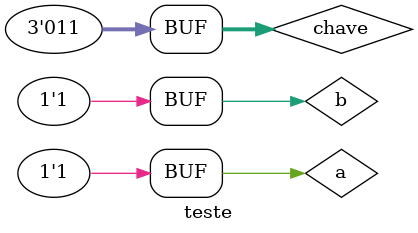
<source format=v>


module LU (output s, input a,input b, input [2:0]chave);

wire s1,s2,s3,s4,s5,s6,s7,s8;
wire tmp1,tmp2,tmp3,tmp4,tmp5,tmp6,tmp7,tmp8;
wire notchave0,notchave1,notchave2; 

not NOT1 (s1,a);
or OR1(s2,a,b);
nor NOR1 (s3,a,b);
and AND1 (s4,a,b);
nand NAND1 (s5,a,b);
xor XOR1 (s6,a,b);
xnor XNOR1 (s7,a,b);
not NOT1(notchave0,chave[0]);
not NOT2(notchave1,chave[1]);
not NOT3(notchave2,chave[2]);

// parte do mux
and AND2(tmp1,s1,notchave0,notchave1,notchave2); 
and AND3(tmp2,s2,chave[0],notchave1,notchave2);
and AND4(tmp3,s3,notchave0,chave[1],notchave2);
and AND5(tmp4,s4,chave[0],chave[1],notchave2);
and AND6(tmp5,s5,notchave0,notchave1,chave[2]);
and AND7(tmp6,s6,chave[0],notchave1,chave[2]);
and AND8(tmp7,s7,notchave0,chave[1],chave[2]);

// parte da saida
or OR2 (s,tmp1,tmp2,tmp3,tmp4,tmp5,tmp6,tmp7);

endmodule

module teste;
       reg a;
		 reg b;
       reg [2:0]chave;
       wire s;

       LU test(s,a,b,chave);


initial begin:main 

$display("Exemplo0035 - Rafael Tadeu - 451609"); 
$display("Test exercicio02's module"); 

a=0;	b=0; chave[0]=0;	chave[1]=0;	chave[2]=0;	
$display("\nchave 000 - NOT , chave 001 - OR , chave 010 - NOR , chave 011 - AND");
$display("\nchave 100 - NAND , chave 101 - XOR , chave 110 - XNOR ");

 #1 $monitor("chave = %b  a = %b b = %b saida = %b",chave,a,b, s);

#1chave[0]=0;	chave[1]=0;	chave[2]=1;	a=0;	b=0;
#1chave[0]=0;	chave[1]=0;	chave[2]=1;	a=0;	b=1;
#1chave[0]=0;	chave[1]=0;	chave[2]=1;	a=1;	b=0;
#1chave[0]=0;	chave[1]=0;	chave[2]=1;	a=1;	b=1;

#1chave[0]=0;	chave[1]=1;	chave[2]=0;	a=0;	b=0;
#1chave[0]=0;	chave[1]=1;	chave[2]=0;	a=0;	b=1;
#1chave[0]=0;	chave[1]=1;	chave[2]=0;	a=1;	b=0;
#1chave[0]=0;	chave[1]=1;	chave[2]=0;	a=1;	b=1;

#1chave[0]=0;	chave[1]=1;	chave[2]=1;	a=0;	b=0;
#1chave[0]=0;	chave[1]=1;	chave[2]=1;	a=0;	b=1;
#1chave[0]=0;	chave[1]=1;	chave[2]=1;	a=1;	b=0;
#1chave[0]=0;	chave[1]=1;	chave[2]=1;	a=1;	b=1;

#1chave[0]=1;	chave[1]=0;	chave[2]=0;	a=0;	b=0;
#1chave[0]=1;	chave[1]=0;	chave[2]=0;	a=0;	b=1;
#1chave[0]=1;	chave[1]=0;	chave[2]=0;	a=1;	b=0;
#1chave[0]=1;	chave[1]=0;	chave[2]=0;	a=1;	b=1;

#1chave[0]=1;	chave[1]=0;	chave[2]=1;	a=0;	b=0;
#1chave[0]=1;	chave[1]=0;	chave[2]=1;	a=0;	b=1;
#1chave[0]=1;	chave[1]=0;	chave[2]=1;	a=1;	b=0;
#1chave[0]=1;	chave[1]=0;	chave[2]=1;	a=1;	b=1;
 
#1chave[0]=1;	chave[1]=1;	chave[2]=0;	a=0;	b=0;
#1chave[0]=1;	chave[1]=1;	chave[2]=0;	a=0;	b=1;
#1chave[0]=1;	chave[1]=1;	chave[2]=0;	a=1;	b=0;
#1chave[0]=1;	chave[1]=1;	chave[2]=0;	a=1;	b=1;

end
endmodule // test_f4 
</source>
